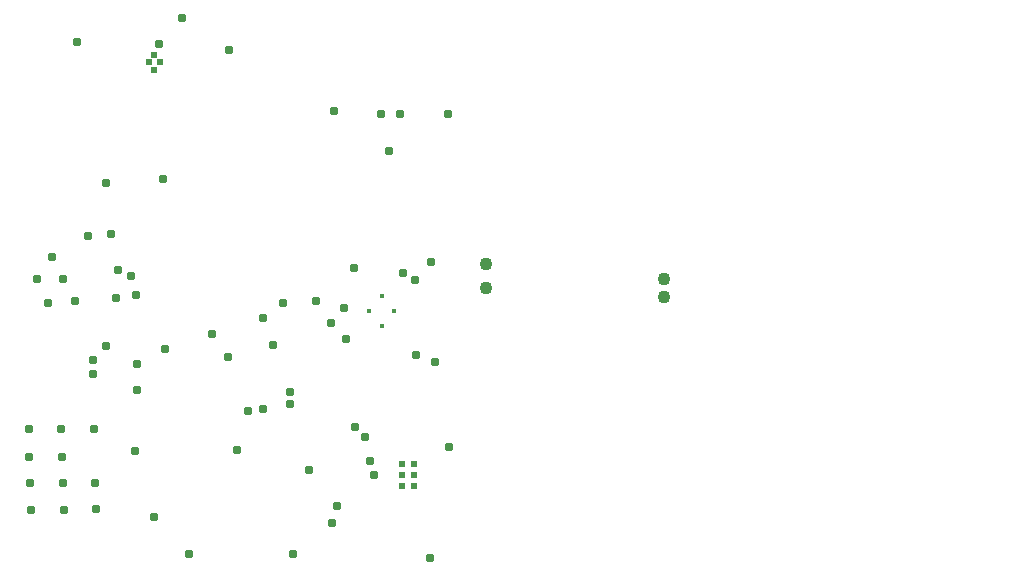
<source format=gbs>
G04*
G04 #@! TF.GenerationSoftware,Altium Limited,Altium Designer,23.7.1 (13)*
G04*
G04 Layer_Color=16711935*
%FSLAX25Y25*%
%MOIN*%
G70*
G04*
G04 #@! TF.SameCoordinates,FE150CF2-D92F-4AEA-AE3F-07D5F2836877*
G04*
G04*
G04 #@! TF.FilePolarity,Negative*
G04*
G01*
G75*
%ADD56C,0.02368*%
%ADD57C,0.00299*%
%ADD58C,0.03055*%
%ADD59C,0.04299*%
%ADD60C,0.01480*%
D56*
X52941Y172122D02*
D03*
Y177043D02*
D03*
X50972Y174583D02*
D03*
X54909D02*
D03*
X135433Y37008D02*
D03*
X139370D02*
D03*
X135433Y40748D02*
D03*
X139370D02*
D03*
X135433Y33268D02*
D03*
X139370D02*
D03*
D57*
X161319Y187441D02*
D03*
X331319Y17441D02*
D03*
Y187441D02*
D03*
X161319Y17441D02*
D03*
D58*
X150787Y157480D02*
D03*
X145276Y107874D02*
D03*
X134646Y157480D02*
D03*
X128347D02*
D03*
X139764Y101969D02*
D03*
X119291Y105905D02*
D03*
X135827Y104331D02*
D03*
X140157Y77165D02*
D03*
X146539Y74650D02*
D03*
X119685Y52870D02*
D03*
X124803Y41732D02*
D03*
X92520Y80315D02*
D03*
X125984Y37008D02*
D03*
X144882Y9449D02*
D03*
X116929Y82284D02*
D03*
X116142Y92520D02*
D03*
X111811Y87795D02*
D03*
X131118Y144882D02*
D03*
X151110Y46303D02*
D03*
X106693Y94882D02*
D03*
X95669Y94488D02*
D03*
X56299Y79134D02*
D03*
X46457Y44882D02*
D03*
X47095Y73909D02*
D03*
X52756Y23031D02*
D03*
X99213Y10630D02*
D03*
X64567D02*
D03*
X112205Y20866D02*
D03*
X36882Y134236D02*
D03*
X11024Y43147D02*
D03*
X22047D02*
D03*
X30709Y116535D02*
D03*
X18898Y109843D02*
D03*
X26378Y94882D02*
D03*
X17323Y94488D02*
D03*
X22441Y102362D02*
D03*
X13780D02*
D03*
X33465Y25824D02*
D03*
X22835Y25430D02*
D03*
X11811D02*
D03*
X33071Y34486D02*
D03*
X22441D02*
D03*
X11417D02*
D03*
X32677Y52202D02*
D03*
X21654D02*
D03*
X11024D02*
D03*
X55905Y135827D02*
D03*
X38583Y117323D02*
D03*
X54555Y180831D02*
D03*
X26992Y181264D02*
D03*
X62051Y189366D02*
D03*
X77807Y178524D02*
D03*
X104496Y38752D02*
D03*
X77319Y76378D02*
D03*
X36740Y79996D02*
D03*
X40236Y95878D02*
D03*
X112839Y158398D02*
D03*
X32374Y75410D02*
D03*
X40878Y105398D02*
D03*
X32492Y70784D02*
D03*
X46913Y96933D02*
D03*
X45150Y103260D02*
D03*
X80390Y45299D02*
D03*
X123000Y49764D02*
D03*
X47221Y65299D02*
D03*
X72154Y83909D02*
D03*
X84264Y58406D02*
D03*
X89067Y89429D02*
D03*
X88972Y59102D02*
D03*
X98209Y64780D02*
D03*
X98110Y60844D02*
D03*
X113634Y26791D02*
D03*
D59*
X222919Y96500D02*
D03*
X163319Y99500D02*
D03*
X222919Y102500D02*
D03*
X163319Y107500D02*
D03*
D60*
X132849Y91767D02*
D03*
X124606Y91732D02*
D03*
X128740Y86811D02*
D03*
Y96653D02*
D03*
M02*

</source>
